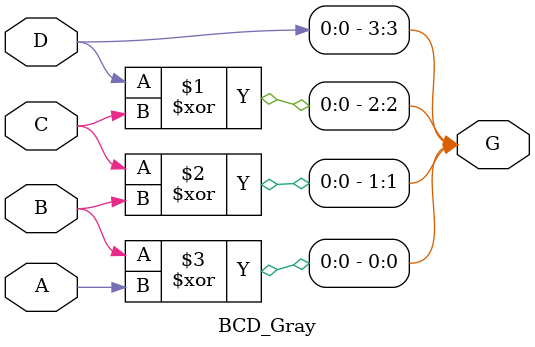
<source format=v>
`timescale 1ns / 1ps


module BCD_Gray(A,B,C,D,G);
    input  wire A;
    input  wire B;
    input  wire C;
    input  wire D;
    output wire [3:0] G;
    
    
    assign G[3] = D;
    assign G[2] = D ^ C;
    assign G[1] = C ^ B;
    assign G[0] = B ^ A;
    
endmodule

</source>
